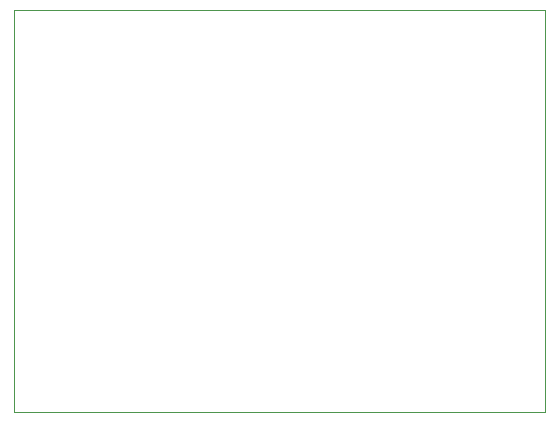
<source format=gbr>
%TF.GenerationSoftware,KiCad,Pcbnew,(5.1.10)-1*%
%TF.CreationDate,2021-10-08T19:19:36+02:00*%
%TF.ProjectId,board,626f6172-642e-46b6-9963-61645f706362,rev?*%
%TF.SameCoordinates,Original*%
%TF.FileFunction,Profile,NP*%
%FSLAX46Y46*%
G04 Gerber Fmt 4.6, Leading zero omitted, Abs format (unit mm)*
G04 Created by KiCad (PCBNEW (5.1.10)-1) date 2021-10-08 19:19:36*
%MOMM*%
%LPD*%
G01*
G04 APERTURE LIST*
%TA.AperFunction,Profile*%
%ADD10C,0.050000*%
%TD*%
G04 APERTURE END LIST*
D10*
X72000000Y-74000000D02*
X80000000Y-74000000D01*
X72000000Y-108000000D02*
X72000000Y-74000000D01*
X117000000Y-108000000D02*
X72000000Y-108000000D01*
X117000000Y-74000000D02*
X117000000Y-108000000D01*
X80000000Y-74000000D02*
X117000000Y-74000000D01*
M02*

</source>
